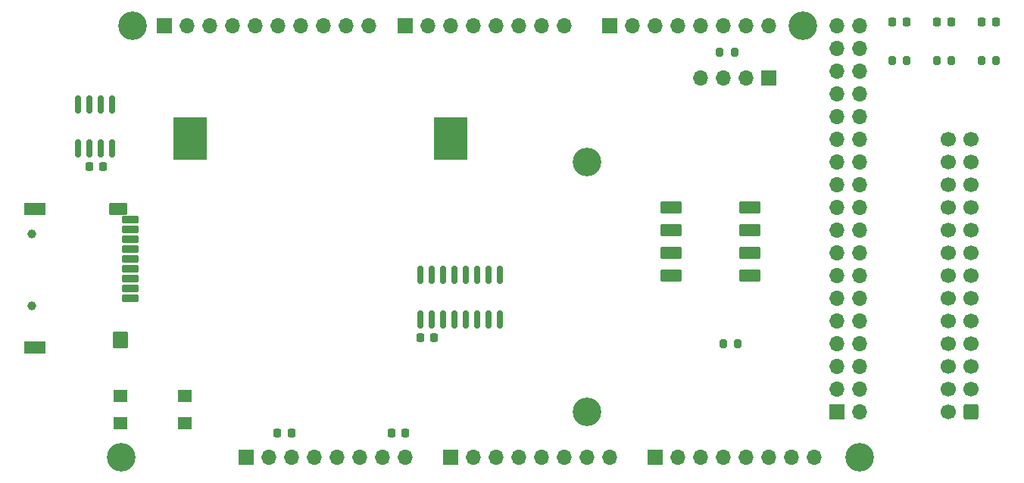
<source format=gbr>
%TF.GenerationSoftware,KiCad,Pcbnew,7.0.9*%
%TF.CreationDate,2023-11-24T14:08:55+01:00*%
%TF.ProjectId,sd-card-shield,73642d63-6172-4642-9d73-6869656c642e,rev?*%
%TF.SameCoordinates,Original*%
%TF.FileFunction,Soldermask,Top*%
%TF.FilePolarity,Negative*%
%FSLAX46Y46*%
G04 Gerber Fmt 4.6, Leading zero omitted, Abs format (unit mm)*
G04 Created by KiCad (PCBNEW 7.0.9) date 2023-11-24 14:08:55*
%MOMM*%
%LPD*%
G01*
G04 APERTURE LIST*
G04 Aperture macros list*
%AMRoundRect*
0 Rectangle with rounded corners*
0 $1 Rounding radius*
0 $2 $3 $4 $5 $6 $7 $8 $9 X,Y pos of 4 corners*
0 Add a 4 corners polygon primitive as box body*
4,1,4,$2,$3,$4,$5,$6,$7,$8,$9,$2,$3,0*
0 Add four circle primitives for the rounded corners*
1,1,$1+$1,$2,$3*
1,1,$1+$1,$4,$5*
1,1,$1+$1,$6,$7*
1,1,$1+$1,$8,$9*
0 Add four rect primitives between the rounded corners*
20,1,$1+$1,$2,$3,$4,$5,0*
20,1,$1+$1,$4,$5,$6,$7,0*
20,1,$1+$1,$6,$7,$8,$9,0*
20,1,$1+$1,$8,$9,$2,$3,0*%
G04 Aperture macros list end*
%ADD10R,1.700000X1.700000*%
%ADD11O,1.700000X1.700000*%
%ADD12RoundRect,0.150000X0.150000X-0.850000X0.150000X0.850000X-0.150000X0.850000X-0.150000X-0.850000X0*%
%ADD13RoundRect,0.200000X0.200000X0.275000X-0.200000X0.275000X-0.200000X-0.275000X0.200000X-0.275000X0*%
%ADD14C,3.200000*%
%ADD15RoundRect,0.102000X-1.800000X-2.250000X1.800000X-2.250000X1.800000X2.250000X-1.800000X2.250000X0*%
%ADD16RoundRect,0.150000X0.150000X-0.825000X0.150000X0.825000X-0.150000X0.825000X-0.150000X-0.825000X0*%
%ADD17R,1.600000X1.400000*%
%ADD18C,1.000000*%
%ADD19RoundRect,0.102000X-0.800000X0.350000X-0.800000X-0.350000X0.800000X-0.350000X0.800000X0.350000X0*%
%ADD20RoundRect,0.102000X-0.900000X0.600000X-0.900000X-0.600000X0.900000X-0.600000X0.900000X0.600000X0*%
%ADD21RoundRect,0.102000X-1.100000X0.600000X-1.100000X-0.600000X1.100000X-0.600000X1.100000X0.600000X0*%
%ADD22RoundRect,0.102000X-0.750000X0.800000X-0.750000X-0.800000X0.750000X-0.800000X0.750000X0.800000X0*%
%ADD23RoundRect,0.218750X0.218750X0.256250X-0.218750X0.256250X-0.218750X-0.256250X0.218750X-0.256250X0*%
%ADD24RoundRect,0.102000X1.100000X0.550000X-1.100000X0.550000X-1.100000X-0.550000X1.100000X-0.550000X0*%
%ADD25RoundRect,0.200000X-0.200000X-0.275000X0.200000X-0.275000X0.200000X0.275000X-0.200000X0.275000X0*%
%ADD26RoundRect,0.225000X-0.225000X-0.250000X0.225000X-0.250000X0.225000X0.250000X-0.225000X0.250000X0*%
%ADD27RoundRect,0.250000X0.600000X0.600000X-0.600000X0.600000X-0.600000X-0.600000X0.600000X-0.600000X0*%
%ADD28C,1.700000*%
%ADD29RoundRect,0.225000X0.225000X0.250000X-0.225000X0.250000X-0.225000X-0.250000X0.225000X-0.250000X0*%
G04 APERTURE END LIST*
D10*
%TO.C,P1*%
X193980000Y-92380000D03*
D11*
X196520000Y-92380000D03*
X193980000Y-89840000D03*
X196520000Y-89840000D03*
X193980000Y-87300000D03*
X196520000Y-87300000D03*
X193980000Y-84760000D03*
X196520000Y-84760000D03*
X193980000Y-82220000D03*
X196520000Y-82220000D03*
X193980000Y-79680000D03*
X196520000Y-79680000D03*
X193980000Y-77140000D03*
X196520000Y-77140000D03*
X193980000Y-74600000D03*
X196520000Y-74600000D03*
X193980000Y-72060000D03*
X196520000Y-72060000D03*
X193980000Y-69520000D03*
X196520000Y-69520000D03*
X193980000Y-66980000D03*
X196520000Y-66980000D03*
X193980000Y-64440000D03*
X196520000Y-64440000D03*
X193980000Y-61900000D03*
X196520000Y-61900000D03*
X193980000Y-59360000D03*
X196520000Y-59360000D03*
X193980000Y-56820000D03*
X196520000Y-56820000D03*
X193980000Y-54280000D03*
X196520000Y-54280000D03*
X193980000Y-51740000D03*
X196520000Y-51740000D03*
X193980000Y-49200000D03*
X196520000Y-49200000D03*
%TD*%
D10*
%TO.C,P2*%
X127940000Y-97460000D03*
D11*
X130480000Y-97460000D03*
X133020000Y-97460000D03*
X135560000Y-97460000D03*
X138100000Y-97460000D03*
X140640000Y-97460000D03*
X143180000Y-97460000D03*
X145720000Y-97460000D03*
%TD*%
D10*
%TO.C,P3*%
X150800000Y-97460000D03*
D11*
X153340000Y-97460000D03*
X155880000Y-97460000D03*
X158420000Y-97460000D03*
X160960000Y-97460000D03*
X163500000Y-97460000D03*
X166040000Y-97460000D03*
X168580000Y-97460000D03*
%TD*%
D10*
%TO.C,P4*%
X173660000Y-97460000D03*
D11*
X176200000Y-97460000D03*
X178740000Y-97460000D03*
X181280000Y-97460000D03*
X183820000Y-97460000D03*
X186360000Y-97460000D03*
X188900000Y-97460000D03*
X191440000Y-97460000D03*
%TD*%
D10*
%TO.C,P5*%
X118796000Y-49200000D03*
D11*
X121336000Y-49200000D03*
X123876000Y-49200000D03*
X126416000Y-49200000D03*
X128956000Y-49200000D03*
X131496000Y-49200000D03*
X134036000Y-49200000D03*
X136576000Y-49200000D03*
X139116000Y-49200000D03*
X141656000Y-49200000D03*
%TD*%
D10*
%TO.C,P6*%
X145720000Y-49200000D03*
D11*
X148260000Y-49200000D03*
X150800000Y-49200000D03*
X153340000Y-49200000D03*
X155880000Y-49200000D03*
X158420000Y-49200000D03*
X160960000Y-49200000D03*
X163500000Y-49200000D03*
%TD*%
D10*
%TO.C,P7*%
X168580000Y-49200000D03*
D11*
X171120000Y-49200000D03*
X173660000Y-49200000D03*
X176200000Y-49200000D03*
X178740000Y-49200000D03*
X181280000Y-49200000D03*
X183820000Y-49200000D03*
X186360000Y-49200000D03*
%TD*%
D12*
%TO.C,U2*%
X147445000Y-82060000D03*
X148715000Y-82060000D03*
X149985000Y-82060000D03*
X151255000Y-82060000D03*
X152525000Y-82060000D03*
X153795000Y-82060000D03*
X155065000Y-82060000D03*
X156335000Y-82060000D03*
X156335000Y-77060000D03*
X155065000Y-77060000D03*
X153795000Y-77060000D03*
X152525000Y-77060000D03*
X151255000Y-77060000D03*
X149985000Y-77060000D03*
X148715000Y-77060000D03*
X147445000Y-77060000D03*
%TD*%
D13*
%TO.C,R1*%
X211825000Y-53100000D03*
X210175000Y-53100000D03*
%TD*%
D14*
%TO.C,MH6*%
X196520000Y-97460000D03*
%TD*%
D15*
%TO.C,BT1*%
X121700000Y-61800000D03*
X150800000Y-61800000D03*
%TD*%
D16*
%TO.C,U1*%
X109185000Y-62925000D03*
X110455000Y-62925000D03*
X111725000Y-62925000D03*
X112995000Y-62925000D03*
X112995000Y-57975000D03*
X111725000Y-57975000D03*
X110455000Y-57975000D03*
X109185000Y-57975000D03*
%TD*%
D17*
%TO.C,SW2*%
X113900000Y-90650000D03*
X121100000Y-90650000D03*
X113900000Y-93650000D03*
X121100000Y-93650000D03*
%TD*%
D18*
%TO.C,J2*%
X103975000Y-72525000D03*
X103975000Y-80525000D03*
D19*
X114975000Y-79725000D03*
X114975000Y-78625000D03*
X114975000Y-77525000D03*
X114975000Y-76425000D03*
X114975000Y-75325000D03*
X114975000Y-74225000D03*
X114975000Y-73125000D03*
X114975000Y-72025000D03*
X114975000Y-70925000D03*
D20*
X113675000Y-69725000D03*
D21*
X104375000Y-69725000D03*
D22*
X113925000Y-84325000D03*
D21*
X104375000Y-85225000D03*
%TD*%
D23*
%TO.C,LED2*%
X206787500Y-48800000D03*
X205212500Y-48800000D03*
%TD*%
D24*
%TO.C,SW1*%
X184300000Y-77140000D03*
X184300000Y-74600000D03*
X184300000Y-72060000D03*
X184300000Y-69520000D03*
X175500000Y-69520000D03*
X175500000Y-72060000D03*
X175500000Y-74600000D03*
X175500000Y-77140000D03*
%TD*%
D14*
%TO.C,MH1*%
X115240000Y-49200000D03*
%TD*%
D25*
%TO.C,R4*%
X181275000Y-84760000D03*
X182925000Y-84760000D03*
%TD*%
D10*
%TO.C,J1*%
X186360000Y-55050000D03*
D11*
X183820000Y-55050000D03*
X181280000Y-55050000D03*
X178740000Y-55050000D03*
%TD*%
D26*
%TO.C,C3*%
X110450000Y-64950000D03*
X112000000Y-64950000D03*
%TD*%
D27*
%TO.C,J3*%
X209000000Y-92380000D03*
D28*
X206460000Y-92380000D03*
X209000000Y-89840000D03*
X206460000Y-89840000D03*
X209000000Y-87300000D03*
X206460000Y-87300000D03*
X209000000Y-84760000D03*
X206460000Y-84760000D03*
X209000000Y-82220000D03*
X206460000Y-82220000D03*
X209000000Y-79680000D03*
X206460000Y-79680000D03*
X209000000Y-77140000D03*
X206460000Y-77140000D03*
X209000000Y-74600000D03*
X206460000Y-74600000D03*
X209000000Y-72060000D03*
X206460000Y-72060000D03*
X209000000Y-69520000D03*
X206460000Y-69520000D03*
X209000000Y-66980000D03*
X206460000Y-66980000D03*
X209000000Y-64440000D03*
X206460000Y-64440000D03*
X209000000Y-61900000D03*
X206460000Y-61900000D03*
%TD*%
D13*
%TO.C,R2*%
X206825000Y-53100000D03*
X205175000Y-53100000D03*
%TD*%
D23*
%TO.C,LED1*%
X211787500Y-48800000D03*
X210212500Y-48800000D03*
%TD*%
D13*
%TO.C,R7*%
X182535000Y-52200000D03*
X180885000Y-52200000D03*
%TD*%
%TO.C,R3*%
X201825000Y-53100000D03*
X200175000Y-53100000D03*
%TD*%
D29*
%TO.C,C2*%
X133015000Y-94740000D03*
X131465000Y-94740000D03*
%TD*%
D23*
%TO.C,LED3*%
X201787500Y-48800000D03*
X200212500Y-48800000D03*
%TD*%
D14*
%TO.C,MH2*%
X113970000Y-97460000D03*
%TD*%
%TO.C,MH3*%
X166040000Y-64440000D03*
%TD*%
D26*
%TO.C,C4*%
X147445000Y-84090000D03*
X148995000Y-84090000D03*
%TD*%
D14*
%TO.C,MH4*%
X166040000Y-92380000D03*
%TD*%
%TO.C,MH5*%
X190170000Y-49200000D03*
%TD*%
D29*
%TO.C,C1*%
X145735000Y-94750000D03*
X144185000Y-94750000D03*
%TD*%
M02*

</source>
